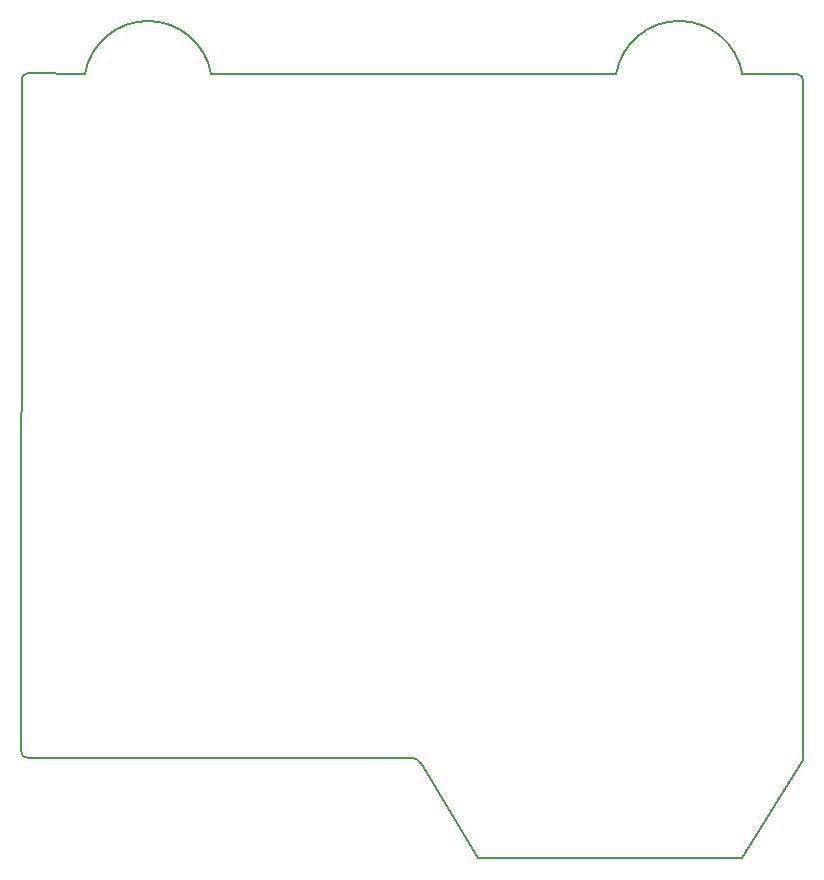
<source format=gbr>
G04 #@! TF.GenerationSoftware,KiCad,Pcbnew,(5.0.0)*
G04 #@! TF.CreationDate,2018-11-08T10:35:27-05:00*
G04 #@! TF.ProjectId,Tarjeta de potencia con moc,5461726A65746120646520706F74656E,rev?*
G04 #@! TF.SameCoordinates,Original*
G04 #@! TF.FileFunction,Profile,NP*
%FSLAX46Y46*%
G04 Gerber Fmt 4.6, Leading zero omitted, Abs format (unit mm)*
G04 Created by KiCad (PCBNEW (5.0.0)) date 11/08/18 10:35:27*
%MOMM*%
%LPD*%
G01*
G04 APERTURE LIST*
%ADD10C,0.200000*%
G04 APERTURE END LIST*
D10*
X80247054Y-85384224D02*
G75*
G03X79565500Y-84963000I-681554J-340776D01*
G01*
X47053500Y-84963000D02*
G75*
G02X46418500Y-84328000I0J635000D01*
G01*
X46482000Y-27495500D02*
G75*
G02X46990000Y-26987500I508000J0D01*
G01*
X112141000Y-27051000D02*
G75*
G02X112649000Y-27559000I0J-508000D01*
G01*
X51849547Y-27022516D02*
G75*
G02X62534800Y-27076400I5337950J-954291D01*
G01*
X96821260Y-27024973D02*
G75*
G02X107505500Y-27051000I5339846J-946545D01*
G01*
X46418500Y-84328000D02*
X46482000Y-27495500D01*
X79565500Y-84963000D02*
X47053500Y-84963000D01*
X85090000Y-93408500D02*
X80264000Y-85407500D01*
X107505500Y-93408500D02*
X85090000Y-93408500D01*
X112649000Y-85090000D02*
X107505500Y-93408500D01*
X112649000Y-27559000D02*
X112649000Y-85090000D01*
X107505500Y-27051000D02*
X112141000Y-27051000D01*
X62534800Y-27076400D02*
X96824800Y-27025600D01*
X46990000Y-26987500D02*
X51854100Y-27023060D01*
M02*

</source>
